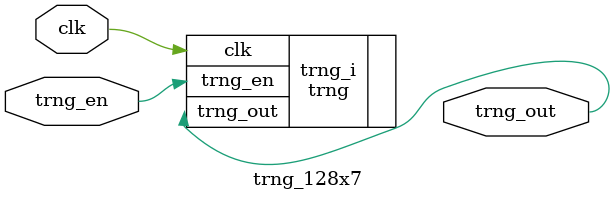
<source format=sv>


`default_nettype none

module trng_128x7 (
    input  clk,     // Sampling clock
    input  trng_en, // Enable all ring oscillators
    output trng_out // Output of the trng
);

    localparam NUM_OSCILLATORS = 128;
    localparam NUM_INVERTER = 7;

    trng #(
        .NUM_INVERTER       (NUM_INVERTER),
        .NUM_OSCILLATORS    (NUM_OSCILLATORS)
    ) trng_i (
        .clk        (clk),
        .trng_en    (trng_en),
        .trng_out   (trng_out)
    );

endmodule

</source>
